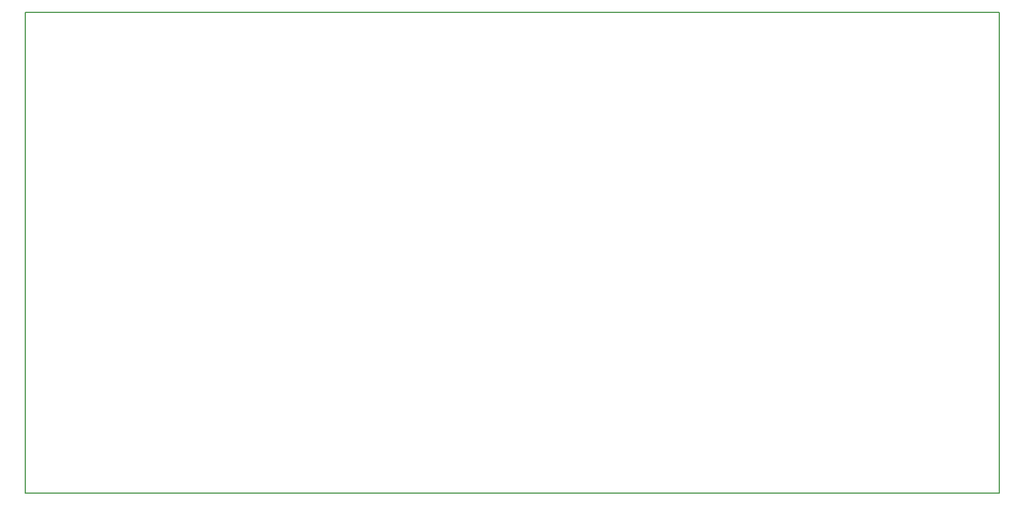
<source format=gm1>
G04 MADE WITH FRITZING*
G04 WWW.FRITZING.ORG*
G04 DOUBLE SIDED*
G04 HOLES PLATED*
G04 CONTOUR ON CENTER OF CONTOUR VECTOR*
%ASAXBY*%
%FSLAX23Y23*%
%MOIN*%
%OFA0B0*%
%SFA1.0B1.0*%
%ADD10R,5.788000X2.865360*%
%ADD11C,0.008000*%
%ADD10C,0.008*%
%LNCONTOUR*%
G90*
G70*
G54D10*
G54D11*
X4Y2861D02*
X5784Y2861D01*
X5784Y4D01*
X4Y4D01*
X4Y2861D01*
D02*
G04 End of contour*
M02*
</source>
